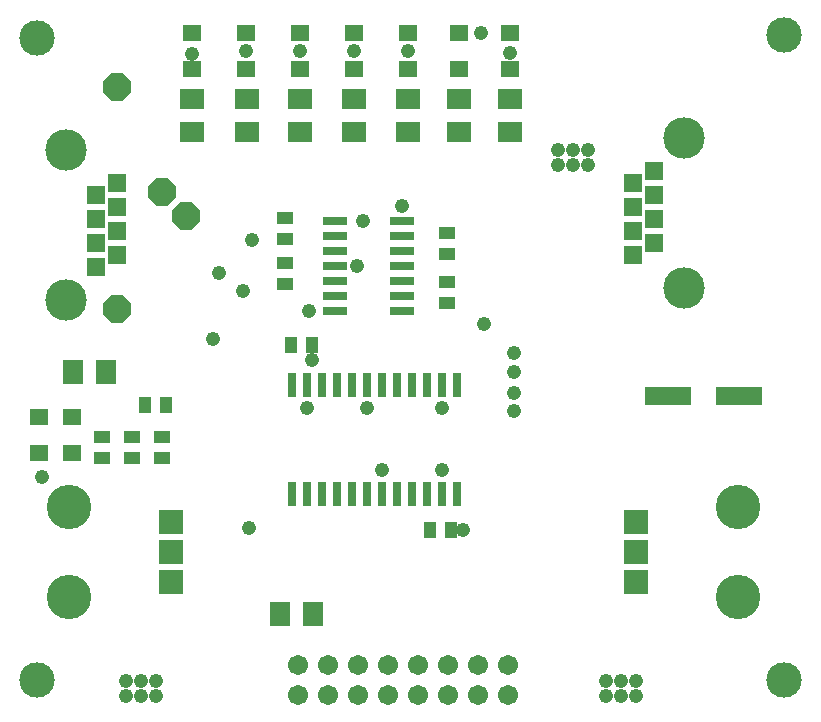
<source format=gts>
G75*
%MOIN*%
%OFA0B0*%
%FSLAX24Y24*%
%IPPOS*%
%LPD*%
%AMOC8*
5,1,8,0,0,1.08239X$1,22.5*
%
%ADD10R,0.0595X0.0595*%
%ADD11C,0.1380*%
%ADD12R,0.0830X0.0830*%
%ADD13C,0.1480*%
%ADD14R,0.0552X0.0395*%
%ADD15OC8,0.0930*%
%ADD16R,0.0789X0.0316*%
%ADD17R,0.0316X0.0789*%
%ADD18R,0.1576X0.0631*%
%ADD19R,0.0631X0.0552*%
%ADD20R,0.0395X0.0552*%
%ADD21R,0.0789X0.0710*%
%ADD22R,0.0710X0.0789*%
%ADD23C,0.0675*%
%ADD24C,0.1182*%
%ADD25C,0.0476*%
D10*
X003680Y019793D03*
X003680Y020593D03*
X004380Y020193D03*
X004380Y020993D03*
X004380Y021793D03*
X003680Y021393D03*
X003680Y022193D03*
X004380Y022593D03*
X021580Y022593D03*
X022280Y022193D03*
X022280Y022993D03*
X021580Y021793D03*
X021580Y020993D03*
X022280Y020593D03*
X021580Y020193D03*
X022280Y021393D03*
D11*
X023280Y019093D03*
X023280Y024093D03*
X002680Y023693D03*
X002680Y018693D03*
D12*
X006180Y011293D03*
X006180Y010293D03*
X006180Y009293D03*
X021680Y009293D03*
X021680Y010293D03*
X021680Y011293D03*
D13*
X025080Y011793D03*
X025080Y008793D03*
X002780Y008793D03*
X002780Y011793D03*
D14*
X003880Y013439D03*
X003880Y014148D03*
X004880Y014148D03*
X004880Y013439D03*
X005880Y013439D03*
X005880Y014148D03*
X009980Y019239D03*
X009980Y019948D03*
X009980Y020739D03*
X009980Y021448D03*
X015380Y020948D03*
X015380Y020239D03*
X015380Y019298D03*
X015380Y018589D03*
D15*
X006680Y021493D03*
X005880Y022293D03*
X004380Y025793D03*
X004380Y018393D03*
D16*
X011669Y018343D03*
X011669Y018843D03*
X011669Y019343D03*
X011669Y019843D03*
X011669Y020343D03*
X011669Y020843D03*
X011669Y021343D03*
X013891Y021343D03*
X013891Y020843D03*
X013891Y020343D03*
X013891Y019843D03*
X013891Y019343D03*
X013891Y018843D03*
X013891Y018343D03*
D17*
X013730Y015854D03*
X013230Y015854D03*
X012730Y015854D03*
X012230Y015854D03*
X011730Y015854D03*
X011230Y015854D03*
X010730Y015854D03*
X010230Y015854D03*
X010230Y012232D03*
X010730Y012232D03*
X011230Y012232D03*
X011730Y012232D03*
X012230Y012232D03*
X012730Y012232D03*
X013230Y012232D03*
X013730Y012232D03*
X014230Y012232D03*
X014730Y012232D03*
X015230Y012232D03*
X015730Y012232D03*
X015730Y015854D03*
X015230Y015854D03*
X014730Y015854D03*
X014230Y015854D03*
D18*
X022749Y015493D03*
X025111Y015493D03*
D19*
X017480Y026403D03*
X017480Y027584D03*
X015780Y027584D03*
X015780Y026403D03*
X014080Y026403D03*
X014080Y027584D03*
X012280Y027584D03*
X012280Y026403D03*
X010480Y026403D03*
X010480Y027584D03*
X008680Y027584D03*
X008680Y026403D03*
X006880Y026403D03*
X006880Y027584D03*
X002880Y014784D03*
X001780Y014784D03*
X001780Y013603D03*
X002880Y013603D03*
D20*
X005326Y015193D03*
X006034Y015193D03*
X010176Y017193D03*
X010884Y017193D03*
X014826Y011043D03*
X015534Y011043D03*
D21*
X015780Y024292D03*
X015780Y025394D03*
X014080Y025394D03*
X014080Y024292D03*
X012280Y024292D03*
X012280Y025394D03*
X010480Y025394D03*
X010480Y024292D03*
X008730Y024292D03*
X008730Y025394D03*
X006880Y025394D03*
X006880Y024292D03*
X017480Y024292D03*
X017480Y025394D03*
D22*
X004031Y016293D03*
X002929Y016293D03*
X009829Y008243D03*
X010931Y008243D03*
D23*
X011430Y006543D03*
X011430Y005543D03*
X010430Y005543D03*
X010430Y006543D03*
X012430Y006543D03*
X012430Y005543D03*
X013430Y005543D03*
X014430Y005543D03*
X015430Y005543D03*
X016430Y005543D03*
X017430Y005543D03*
X017430Y006543D03*
X016430Y006543D03*
X015430Y006543D03*
X014430Y006543D03*
X013430Y006543D03*
D24*
X001730Y006043D03*
X001730Y027443D03*
X026630Y027543D03*
X026630Y006043D03*
D25*
X004680Y005493D03*
X005180Y005493D03*
X005180Y005993D03*
X005180Y005993D03*
X004680Y005993D03*
X005680Y005993D03*
X005680Y005493D03*
X008780Y011093D03*
X010730Y015093D03*
X010880Y016693D03*
X010780Y018343D03*
X012380Y019843D03*
X012580Y021343D03*
X013880Y021843D03*
X016630Y017893D03*
X017630Y016943D03*
X017630Y016293D03*
X017630Y015593D03*
X017630Y014993D03*
X015230Y015093D03*
X015230Y013043D03*
X013230Y013043D03*
X012730Y015093D03*
X015930Y011043D03*
X020680Y005993D03*
X020680Y005493D03*
X021180Y005493D03*
X021680Y005493D03*
X021680Y005993D03*
X021180Y005993D03*
X021180Y005993D03*
X007580Y017393D03*
X008580Y018993D03*
X007780Y019593D03*
X008880Y020693D03*
X006880Y026893D03*
X008680Y026993D03*
X010480Y026993D03*
X012280Y026993D03*
X014080Y026993D03*
X016530Y027593D03*
X017480Y026943D03*
X019080Y023693D03*
X019080Y023193D03*
X019580Y023193D03*
X020080Y023193D03*
X020080Y023693D03*
X019580Y023693D03*
X019580Y023693D03*
X001880Y012793D03*
M02*

</source>
